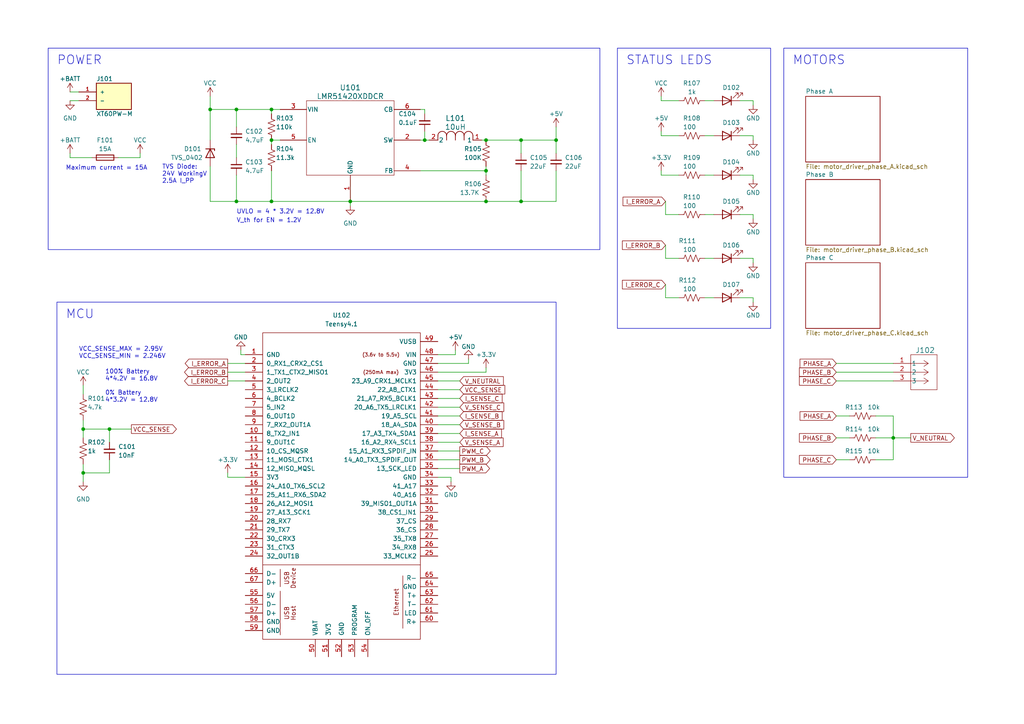
<source format=kicad_sch>
(kicad_sch (version 20230121) (generator eeschema)
  (paper "A4")
  (lib_symbols
    (symbol "Device:C_Small" (pin_numbers hide) (pin_names (offset 0.254) hide)
      (property "Reference" "C" (at 0.254 1.778 0))
      (property "Value" "C_Small" (at 0.254 -2.032 0))
      (symbol "C_Small_0_1"
        (polyline (pts (xy -1.524 -0.508) (xy 1.524 -0.508)) (stroke (width 0.3302)))
        (polyline (pts (xy -1.524 0.508) (xy 1.524 0.508)) (stroke (width 0.3048)))
      )
      (symbol "C_Small_1_1"
        (pin passive line (at 0 2.54 270) (length 2.032) (name "~") (number "1"))
        (pin passive line (at 0 -2.54 90) (length 2.032) (name "~") (number "2"))
      )
    )
    (symbol "Device:D_Zener" (pin_numbers hide) (pin_names (offset 1.016) hide)
      (property "Reference" "D" (at 0 2.54 0))
      (property "Value" "D_Zener" (at 0 -2.54 0))
      (symbol "D_Zener_0_1"
        (polyline (pts (xy 1.27 0) (xy -1.27 0)))
        (polyline (pts (xy -1.27 -1.27) (xy -1.27 1.27) (xy -0.762 1.27)) (stroke (width 0.254)))
        (polyline (pts (xy 1.27 -1.27) (xy 1.27 1.27) (xy -1.27 0) (xy 1.27 -1.27)) (stroke (width 0.254)))
      )
      (symbol "D_Zener_1_1"
        (pin passive line (at -3.81 0 0) (length 2.54) (name "K") (number "1"))
        (pin passive line (at 3.81 0 180) (length 2.54) (name "A") (number "2"))
      )
    )
    (symbol "Device:Fuse" (pin_numbers hide) (pin_names (offset 0))
      (property "Reference" "F" (at 2.032 0 90))
      (property "Value" "Fuse" (at -1.905 0 90))
      (symbol "Fuse_0_1"
        (rectangle (start -0.762 -2.54) (end 0.762 2.54) (stroke (width 0.254)))
        (polyline (pts (xy 0 2.54) (xy 0 -2.54)))
      )
      (symbol "Fuse_1_1"
        (pin passive line (at 0 3.81 270) (length 1.27) (name "~") (number "1"))
        (pin passive line (at 0 -3.81 90) (length 1.27) (name "~") (number "2"))
      )
    )
    (symbol "Device:LED" (pin_numbers hide) (pin_names (offset 1.016) hide)
      (property "Reference" "D" (at 0 2.54 0))
      (property "Value" "LED" (at 0 -2.54 0))
      (symbol "LED_0_1"
        (polyline (pts (xy -1.27 -1.27) (xy -1.27 1.27)) (stroke (width 0.254)))
        (polyline (pts (xy -1.27 0) (xy 1.27 0)))
        (polyline (pts (xy 1.27 -1.27) (xy 1.27 1.27) (xy -1.27 0) (xy 1.27 -1.27)) (stroke (width 0.254)))
        (polyline (pts (xy -3.048 -0.762) (xy -4.572 -2.286) (xy -3.81 -2.286) (xy -4.572 -2.286) (xy -4.572 -1.524)))
        (polyline (pts (xy -1.778 -0.762) (xy -3.302 -2.286) (xy -2.54 -2.286) (xy -3.302 -2.286) (xy -3.302 -1.524)))
      )
      (symbol "LED_1_1"
        (pin passive line (at -3.81 0 0) (length 2.54) (name "K") (number "1"))
        (pin passive line (at 3.81 0 180) (length 2.54) (name "A") (number "2"))
      )
    )
    (symbol "Device:R_US" (pin_numbers hide) (pin_names (offset 0))
      (property "Reference" "R" (at 2.54 0 90))
      (property "Value" "R_US" (at -2.54 0 90))
      (symbol "R_US_0_1"
        (polyline (pts (xy 0 -2.286) (xy 0 -2.54)))
        (polyline (pts (xy 0 2.286) (xy 0 2.54)))
        (polyline (pts (xy 0 -0.762) (xy 1.016 -1.143) (xy 0 -1.524) (xy -1.016 -1.905) (xy 0 -2.286)))
        (polyline (pts (xy 0 0.762) (xy 1.016 0.381) (xy 0 0) (xy -1.016 -0.381) (xy 0 -0.762)))
        (polyline (pts (xy 0 2.286) (xy 1.016 1.905) (xy 0 1.524) (xy -1.016 1.143) (xy 0 0.762)))
      )
      (symbol "R_US_1_1"
        (pin passive line (at 0 3.81 270) (length 1.27) (name "~") (number "1"))
        (pin passive line (at 0 -3.81 90) (length 1.27) (name "~") (number "2"))
      )
    )
    (symbol "Indcutor:SRP6540-2R2M" (pin_names (offset 0.254))
      (property "Reference" "L" (at 6.985 5.08 0))
      (property "Value" "SRP6540-2R2M" (at 6.985 -2.54 0))
      (symbol "SRP6540-2R2M_1_1"
        (polyline (pts (xy 2.54 0) (xy 2.54 1.27)) (stroke (width 0.2032)))
        (polyline (pts (xy 5.08 0) (xy 5.08 1.27)) (stroke (width 0.2032)))
        (polyline (pts (xy 7.62 0) (xy 7.62 1.27)) (stroke (width 0.2032)))
        (polyline (pts (xy 10.16 0) (xy 10.16 1.27)) (stroke (width 0.2032)))
        (polyline (pts (xy 12.7 0) (xy 12.7 1.27)) (stroke (width 0.2032)))
        (arc (start 5.08 1.27) (mid 3.81 2.5345) (end 2.54 1.27) (stroke (width 0.2032)))
        (arc (start 7.62 1.27) (mid 6.35 2.5345) (end 5.08 1.27) (stroke (width 0.2032)))
        (arc (start 10.16 1.27) (mid 8.89 2.5345) (end 7.62 1.27) (stroke (width 0.2032)))
        (arc (start 12.7 1.27) (mid 11.43 2.5345) (end 10.16 1.27) (stroke (width 0.2032)))
        (pin unspecified line (at 15.24 0 180) (length 2.54) (name "1") (number "1"))
        (pin unspecified line (at 0 0 0) (length 2.54) (name "2") (number "2"))
      )
      (symbol "SRP6540-2R2M_1_2"
        (arc (start -1.27 5.08) (mid -2.5345 3.81) (end -1.27 2.54) (stroke (width 0.2032)))
        (arc (start -1.27 7.62) (mid -2.5345 6.35) (end -1.27 5.08) (stroke (width 0.2032)))
        (arc (start -1.27 10.16) (mid -2.5345 8.89) (end -1.27 7.62) (stroke (width 0.2032)))
        (arc (start -1.27 12.7) (mid -2.5345 11.43) (end -1.27 10.16) (stroke (width 0.2032)))
        (polyline (pts (xy 0 2.54) (xy -1.27 2.54)) (stroke (width 0.2032)))
        (polyline (pts (xy 0 5.08) (xy -1.27 5.08)) (stroke (width 0.2032)))
        (polyline (pts (xy 0 7.62) (xy -1.27 7.62)) (stroke (width 0.2032)))
        (polyline (pts (xy 0 10.16) (xy -1.27 10.16)) (stroke (width 0.2032)))
        (polyline (pts (xy 0 12.7) (xy -1.27 12.7)) (stroke (width 0.2032)))
        (pin unspecified line (at 0 15.24 270) (length 2.54) (name "1") (number "1"))
        (pin unspecified line (at 0 0 90) (length 2.54) (name "2") (number "2"))
      )
    )
    (symbol "Molex:39303037" (pin_names (offset 0.254))
      (property "Reference" "J" (at 8.89 6.35 0))
      (property "Value" "39303037" (at 0 0 0))
      (symbol "39303037_1_1"
        (polyline (pts (xy 5.08 -7.62) (xy 12.7 -7.62)) (stroke (width 0.127)))
        (polyline (pts (xy 5.08 2.54) (xy 5.08 -7.62)) (stroke (width 0.127)))
        (polyline (pts (xy 10.16 -5.08) (xy 5.08 -5.08)) (stroke (width 0.127)))
        (polyline (pts (xy 10.16 -5.08) (xy 8.89 -5.9267)) (stroke (width 0.127)))
        (polyline (pts (xy 10.16 -5.08) (xy 8.89 -4.2333)) (stroke (width 0.127)))
        (polyline (pts (xy 10.16 -2.54) (xy 5.08 -2.54)) (stroke (width 0.127)))
        (polyline (pts (xy 10.16 -2.54) (xy 8.89 -3.3867)) (stroke (width 0.127)))
        (polyline (pts (xy 10.16 -2.54) (xy 8.89 -1.6933)) (stroke (width 0.127)))
        (polyline (pts (xy 10.16 0) (xy 5.08 0)) (stroke (width 0.127)))
        (polyline (pts (xy 10.16 0) (xy 8.89 -0.8467)) (stroke (width 0.127)))
        (polyline (pts (xy 10.16 0) (xy 8.89 0.8467)) (stroke (width 0.127)))
        (polyline (pts (xy 12.7 -7.62) (xy 12.7 2.54)) (stroke (width 0.127)))
        (polyline (pts (xy 12.7 2.54) (xy 5.08 2.54)) (stroke (width 0.127)))
        (pin unspecified line (at 0 0 0) (length 5.08) (name "1") (number "1"))
        (pin unspecified line (at 0 -2.54 0) (length 5.08) (name "2") (number "2"))
        (pin unspecified line (at 0 -5.08 0) (length 5.08) (name "3") (number "3"))
      )
      (symbol "39303037_1_2"
        (polyline (pts (xy 5.08 -7.62) (xy 12.7 -7.62)) (stroke (width 0.127)))
        (polyline (pts (xy 5.08 2.54) (xy 5.08 -7.62)) (stroke (width 0.127)))
        (polyline (pts (xy 7.62 -5.08) (xy 5.08 -5.08)) (stroke (width 0.127)))
        (polyline (pts (xy 7.62 -5.08) (xy 8.89 -5.9267)) (stroke (width 0.127)))
        (polyline (pts (xy 7.62 -5.08) (xy 8.89 -4.2333)) (stroke (width 0.127)))
        (polyline (pts (xy 7.62 -2.54) (xy 5.08 -2.54)) (stroke (width 0.127)))
        (polyline (pts (xy 7.62 -2.54) (xy 8.89 -3.3867)) (stroke (width 0.127)))
        (polyline (pts (xy 7.62 -2.54) (xy 8.89 -1.6933)) (stroke (width 0.127)))
        (polyline (pts (xy 7.62 0) (xy 5.08 0)) (stroke (width 0.127)))
        (polyline (pts (xy 7.62 0) (xy 8.89 -0.8467)) (stroke (width 0.127)))
        (polyline (pts (xy 7.62 0) (xy 8.89 0.8467)) (stroke (width 0.127)))
        (polyline (pts (xy 12.7 -7.62) (xy 12.7 2.54)) (stroke (width 0.127)))
        (polyline (pts (xy 12.7 2.54) (xy 5.08 2.54)) (stroke (width 0.127)))
        (pin unspecified line (at 0 0 0) (length 5.08) (name "1") (number "1"))
        (pin unspecified line (at 0 -2.54 0) (length 5.08) (name "2") (number "2"))
        (pin unspecified line (at 0 -5.08 0) (length 5.08) (name "3") (number "3"))
      )
    )
    (symbol "TI_Buck_Converter:LMR51420XDDCR" (pin_names (offset 0.254))
      (property "Reference" "U1" (at 20.32 8.89 0))
      (property "Value" "LMR51420XDDCR" (at 20.32 6.35 0))
      (symbol "LMR51420XDDCR_0_1"
        (polyline (pts (xy 7.62 -16.51) (xy 33.02 -16.51)) (stroke (width 0.127)))
        (polyline (pts (xy 7.62 5.08) (xy 7.62 -16.51)) (stroke (width 0.127)))
        (polyline (pts (xy 33.02 -16.51) (xy 33.02 5.08)) (stroke (width 0.127)))
        (polyline (pts (xy 33.02 5.08) (xy 7.62 5.08)) (stroke (width 0.127)))
        (pin output line (at 40.64 -6.35 180) (length 7.62) (name "SW") (number "2"))
        (pin input line (at 40.64 -15.24 180) (length 7.62) (name "FB") (number "4"))
        (pin input line (at 0 -6.35 0) (length 7.62) (name "EN") (number "5"))
      )
      (symbol "LMR51420XDDCR_1_1"
        (pin power_out line (at 20.32 -24.13 90) (length 7.62) (name "GND") (number "1"))
        (pin power_in line (at 0 2.54 0) (length 7.62) (name "VIN") (number "3"))
        (pin input line (at 40.64 2.54 180) (length 7.62) (name "CB") (number "6"))
      )
    )
    (symbol "XT60:XT60PW-M" (pin_names (offset 1.016))
      (property "Reference" "J" (at -5.08 5.7234 0))
      (property "Value" "XT60PW-M" (at -5.08 -5.0923 0))
      (symbol "XT60PW-M_0_0"
        (rectangle (start -5.08 -2.54) (end 5.08 5.08) (stroke (width 0.254)) (fill (type background)))
        (pin passive line (at -10.16 2.54 0) (length 5.08) (name "+") (number "1"))
        (pin passive line (at -10.16 0 0) (length 5.08) (name "-") (number "2"))
      )
    )
    (symbol "power:+3.3V" (power) (pin_names (offset 0))
      (property "Value" "+3.3V" (at 0 3.556 0))
      (symbol "+3.3V_0_1"
        (polyline (pts (xy -0.762 1.27) (xy 0 2.54)))
        (polyline (pts (xy 0 0) (xy 0 2.54)))
        (polyline (pts (xy 0 2.54) (xy 0.762 1.27)))
      )
      (symbol "+3.3V_1_1"
        (pin power_in line (at 0 0 90) (length 0) hide (name "+3.3V") (number "1"))
      )
    )
    (symbol "power:+5V" (power) (pin_names (offset 0))
      (property "Value" "+5V" (at 0 3.556 0))
      (symbol "+5V_0_1"
        (polyline (pts (xy -0.762 1.27) (xy 0 2.54)))
        (polyline (pts (xy 0 0) (xy 0 2.54)))
        (polyline (pts (xy 0 2.54) (xy 0.762 1.27)))
      )
      (symbol "+5V_1_1"
        (pin power_in line (at 0 0 90) (length 0) hide (name "+5V") (number "1"))
      )
    )
    (symbol "power:+BATT" (power) (pin_names (offset 0))
      (property "Value" "+BATT" (at 0 3.556 0))
      (symbol "+BATT_0_1"
        (polyline (pts (xy -0.762 1.27) (xy 0 2.54)))
        (polyline (pts (xy 0 0) (xy 0 2.54)))
        (polyline (pts (xy 0 2.54) (xy 0.762 1.27)))
      )
      (symbol "+BATT_1_1"
        (pin power_in line (at 0 0 90) (length 0) hide (name "+BATT") (number "1"))
      )
    )
    (symbol "power:GND" (power) (pin_names (offset 0))
      (property "Value" "GND" (at 0 -3.81 0))
      (symbol "GND_0_1"
        (polyline (pts (xy 0 0) (xy 0 -1.27) (xy 1.27 -1.27) (xy 0 -2.54) (xy -1.27 -1.27) (xy 0 -1.27)))
      )
      (symbol "GND_1_1"
        (pin power_in line (at 0 0 270) (length 0) hide (name "GND") (number "1"))
      )
    )
    (symbol "power:VCC" (power) (pin_names (offset 0))
      (property "Value" "VCC" (at 0 3.81 0))
      (symbol "VCC_0_1"
        (polyline (pts (xy -0.762 1.27) (xy 0 2.54)))
        (polyline (pts (xy 0 0) (xy 0 2.54)))
        (polyline (pts (xy 0 2.54) (xy 0.762 1.27)))
      )
      (symbol "VCC_1_1"
        (pin power_in line (at 0 0 90) (length 0) hide (name "VCC") (number "1"))
      )
    )
    (symbol "teensy:Teensy4.1" (pin_names (offset 1.016))
      (property "Reference" "U" (at 0 64.77 0))
      (property "Value" "Teensy4.1" (at 0 62.23 0))
      (symbol "Teensy4.1_0_0"
        (polyline (pts (xy -22.86 -6.35) (xy 22.86 -6.35)))
        (polyline (pts (xy -17.78 -26.67) (xy -17.78 -13.97)))
        (polyline (pts (xy -17.78 -7.62) (xy -17.78 -12.7)))
        (polyline (pts (xy 17.78 -9.525) (xy 17.78 -24.765)))
        (text "(250mA max)" (at 11.43 49.53 0) (effects (font (size 1.016 1.016))))
        (text "(3.6v to 5.5v)" (at 11.43 54.61 0) (effects (font (size 1.016 1.016))))
        (text "Device" (at -13.97 -10.16 900) (effects (font (size 1.27 1.27))))
        (text "Ethernet" (at 15.875 -17.145 900) (effects (font (size 1.27 1.27))))
        (text "Host" (at -13.97 -20.32 900) (effects (font (size 1.27 1.27))))
        (text "USB" (at -15.875 -20.32 900) (effects (font (size 1.27 1.27))))
        (text "USB" (at -15.875 -10.16 900) (effects (font (size 1.27 1.27))))
        (pin bidirectional line (at -27.94 31.75 0) (length 5.08) (name "8_TX2_IN1") (number "10"))
        (pin bidirectional line (at -27.94 29.21 0) (length 5.08) (name "9_OUT1C") (number "11"))
        (pin bidirectional line (at -27.94 26.67 0) (length 5.08) (name "10_CS_MQSR") (number "12"))
        (pin bidirectional line (at -27.94 24.13 0) (length 5.08) (name "11_MOSI_CTX1") (number "13"))
        (pin bidirectional line (at -27.94 21.59 0) (length 5.08) (name "12_MISO_MQSL") (number "14"))
        (pin power_in line (at -27.94 19.05 0) (length 5.08) (name "3V3") (number "15"))
        (pin bidirectional line (at -27.94 16.51 0) (length 5.08) (name "24_A10_TX6_SCL2") (number "16"))
        (pin bidirectional line (at -27.94 13.97 0) (length 5.08) (name "25_A11_RX6_SDA2") (number "17"))
        (pin bidirectional line (at -27.94 11.43 0) (length 5.08) (name "26_A12_MOSI1") (number "18"))
        (pin bidirectional line (at -27.94 8.89 0) (length 5.08) (name "27_A13_SCK1") (number "19"))
        (pin bidirectional line (at -27.94 6.35 0) (length 5.08) (name "28_RX7") (number "20"))
        (pin bidirectional line (at -27.94 3.81 0) (length 5.08) (name "29_TX7") (number "21"))
        (pin bidirectional line (at -27.94 1.27 0) (length 5.08) (name "30_CRX3") (number "22"))
        (pin bidirectional line (at -27.94 -1.27 0) (length 5.08) (name "31_CTX3") (number "23"))
        (pin bidirectional line (at -27.94 -3.81 0) (length 5.08) (name "32_OUT1B") (number "24"))
        (pin bidirectional line (at 27.94 -3.81 180) (length 5.08) (name "33_MCLK2") (number "25"))
        (pin bidirectional line (at 27.94 -1.27 180) (length 5.08) (name "34_RX8") (number "26"))
        (pin bidirectional line (at 27.94 1.27 180) (length 5.08) (name "35_TX8") (number "27"))
        (pin bidirectional line (at 27.94 3.81 180) (length 5.08) (name "36_CS") (number "28"))
        (pin bidirectional line (at 27.94 6.35 180) (length 5.08) (name "37_CS") (number "29"))
        (pin bidirectional line (at 27.94 8.89 180) (length 5.08) (name "38_CS1_IN1") (number "30"))
        (pin bidirectional line (at 27.94 11.43 180) (length 5.08) (name "39_MISO1_OUT1A") (number "31"))
        (pin bidirectional line (at 27.94 13.97 180) (length 5.08) (name "40_A16") (number "32"))
        (pin bidirectional line (at 27.94 16.51 180) (length 5.08) (name "41_A17") (number "33"))
        (pin bidirectional line (at 27.94 21.59 180) (length 5.08) (name "13_SCK_LED") (number "35"))
        (pin bidirectional line (at 27.94 24.13 180) (length 5.08) (name "14_A0_TX3_SPDIF_OUT") (number "36"))
        (pin bidirectional line (at 27.94 26.67 180) (length 5.08) (name "15_A1_RX3_SPDIF_IN") (number "37"))
        (pin bidirectional line (at 27.94 29.21 180) (length 5.08) (name "16_A2_RX4_SCL1") (number "38"))
        (pin bidirectional line (at 27.94 31.75 180) (length 5.08) (name "17_A3_TX4_SDA1") (number "39"))
        (pin bidirectional line (at 27.94 34.29 180) (length 5.08) (name "18_A4_SDA") (number "40"))
        (pin bidirectional line (at 27.94 36.83 180) (length 5.08) (name "19_A5_SCL") (number "41"))
        (pin bidirectional line (at 27.94 39.37 180) (length 5.08) (name "20_A6_TX5_LRCLK1") (number "42"))
        (pin bidirectional line (at 27.94 41.91 180) (length 5.08) (name "21_A7_RX5_BCLK1") (number "43"))
        (pin bidirectional line (at 27.94 44.45 180) (length 5.08) (name "22_A8_CTX1") (number "44"))
        (pin bidirectional line (at 27.94 46.99 180) (length 5.08) (name "23_A9_CRX1_MCLK1") (number "45"))
        (pin output line (at 27.94 49.53 180) (length 5.08) (name "3V3") (number "46"))
        (pin output line (at 27.94 52.07 180) (length 5.08) (name "GND") (number "47"))
        (pin power_in line (at 27.94 54.61 180) (length 5.08) (name "VIN") (number "48"))
        (pin power_out line (at 27.94 58.42 180) (length 5.08) (name "VUSB") (number "49"))
        (pin bidirectional line (at -27.94 44.45 0) (length 5.08) (name "3_LRCLK2") (number "5"))
        (pin power_in line (at -7.62 -33.02 90) (length 5.08) (name "VBAT") (number "50"))
        (pin power_in line (at -3.81 -33.02 90) (length 5.08) (name "3V3") (number "51"))
        (pin input line (at 0 -33.02 90) (length 5.08) (name "GND") (number "52"))
        (pin input line (at 3.81 -33.02 90) (length 5.08) (name "PROGRAM") (number "53"))
        (pin input line (at 7.62 -33.02 90) (length 5.08) (name "ON_OFF") (number "54"))
        (pin power_out line (at -27.94 -15.24 0) (length 5.08) (name "5V") (number "55"))
        (pin bidirectional line (at -27.94 -17.78 0) (length 5.08) (name "D-") (number "56"))
        (pin bidirectional line (at -27.94 -20.32 0) (length 5.08) (name "D+") (number "57"))
        (pin power_in line (at -27.94 -22.86 0) (length 5.08) (name "GND") (number "58"))
        (pin power_in line (at -27.94 -25.4 0) (length 5.08) (name "GND") (number "59"))
        (pin bidirectional line (at -27.94 41.91 0) (length 5.08) (name "4_BCLK2") (number "6"))
        (pin bidirectional line (at 27.94 -22.86 180) (length 5.08) (name "R+") (number "60"))
        (pin bidirectional line (at 27.94 -20.32 180) (length 5.08) (name "LED") (number "61"))
        (pin bidirectional line (at 27.94 -17.78 180) (length 5.08) (name "T-") (number "62"))
        (pin bidirectional line (at 27.94 -15.24 180) (length 5.08) (name "T+") (number "63"))
        (pin power_in line (at 27.94 -12.7 180) (length 5.08) (name "GND") (number "64"))
        (pin bidirectional line (at 27.94 -10.16 180) (length 5.08) (name "R-") (number "65"))
        (pin bidirectional line (at -27.94 -8.89 0) (length 5.08) (name "D-") (number "66"))
        (pin bidirectional line (at -27.94 -11.43 0) (length 5.08) (name "D+") (number "67"))
        (pin bidirectional line (at -27.94 39.37 0) (length 5.08) (name "5_IN2") (number "7"))
        (pin bidirectional line (at -27.94 36.83 0) (length 5.08) (name "6_OUT1D") (number "8"))
        (pin bidirectional line (at -27.94 34.29 0) (length 5.08) (name "7_RX2_OUT1A") (number "9"))
      )
      (symbol "Teensy4.1_0_1"
        (rectangle (start -22.86 60.96) (end 22.86 -27.94))
        (rectangle (start -20.32 -1.27) (end -20.32 -1.27))
      )
      (symbol "Teensy4.1_1_1"
        (pin power_in line (at -27.94 54.61 0) (length 5.08) (name "GND") (number "1"))
        (pin bidirectional line (at -27.94 52.07 0) (length 5.08) (name "0_RX1_CRX2_CS1") (number "2"))
        (pin bidirectional line (at -27.94 49.53 0) (length 5.08) (name "1_TX1_CTX2_MISO1") (number "3"))
        (pin power_in line (at 27.94 19.05 180) (length 5.08) (name "GND") (number "34"))
        (pin bidirectional line (at -27.94 46.99 0) (length 5.08) (name "2_OUT2") (number "4"))
      )
    )
  )
  (junction (at 31.75 124.46))
  (junction (at 123.19 40.64))
  (junction (at 140.97 58.42))
  (junction (at 151.13 58.42))
  (junction (at 101.6 58.42))
  (junction (at 60.96 31.75))
  (junction (at 68.58 31.75))
  (junction (at 78.74 31.75))
  (junction (at 161.29 40.64))
  (junction (at 140.97 49.53))
  (junction (at 151.13 40.64))
  (junction (at 24.13 124.46))
  (junction (at 78.74 40.64))
  (junction (at 78.74 58.42))
  (junction (at 24.13 137.16))
  (junction (at 68.58 58.42))
  (junction (at 259.08 127))
  (junction (at 140.97 40.64))
  (wire (pts (xy 254 133.35) (xy 259.08 133.35)))
  (wire (pts (xy 161.29 40.64) (xy 161.29 36.83)))
  (wire (pts (xy 214.63 29.21) (xy 218.44 29.21)))
  (wire (pts (xy 254 127) (xy 259.08 127)))
  (wire (pts (xy 40.64 45.72) (xy 40.64 44.45)))
  (wire (pts (xy 123.19 31.75) (xy 123.19 33.02)))
  (wire (pts (xy 69.85 101.6) (xy 69.85 102.87)))
  (wire (pts (xy 121.92 31.75) (xy 123.19 31.75)))
  (wire (pts (xy 242.57 105.41) (xy 259.08 105.41)))
  (wire (pts (xy 20.32 44.45) (xy 20.32 45.72)))
  (wire (pts (xy 68.58 31.75) (xy 68.58 36.83)))
  (wire (pts (xy 214.63 86.36) (xy 218.44 86.36)))
  (wire (pts (xy 191.77 29.21) (xy 196.85 29.21)))
  (wire (pts (xy 68.58 58.42) (xy 78.74 58.42)))
  (wire (pts (xy 151.13 49.53) (xy 151.13 58.42)))
  (wire (pts (xy 204.47 39.37) (xy 207.01 39.37)))
  (wire (pts (xy 259.08 133.35) (xy 259.08 127)))
  (wire (pts (xy 127 102.87) (xy 132.08 102.87)))
  (wire (pts (xy 68.58 50.8) (xy 68.58 58.42)))
  (wire (pts (xy 135.89 105.41) (xy 135.89 104.14)))
  (wire (pts (xy 123.19 40.64) (xy 124.46 40.64)))
  (wire (pts (xy 193.04 58.42) (xy 193.04 62.23)))
  (wire (pts (xy 78.74 49.53) (xy 78.74 58.42)))
  (wire (pts (xy 24.13 134.62) (xy 24.13 137.16)))
  (wire (pts (xy 78.74 58.42) (xy 101.6 58.42)))
  (wire (pts (xy 127 113.03) (xy 133.35 113.03)))
  (wire (pts (xy 101.6 58.42) (xy 101.6 59.69)))
  (wire (pts (xy 132.08 101.6) (xy 132.08 102.87)))
  (wire (pts (xy 254 120.65) (xy 259.08 120.65)))
  (wire (pts (xy 140.97 58.42) (xy 151.13 58.42)))
  (wire (pts (xy 259.08 127) (xy 264.16 127)))
  (wire (pts (xy 127 110.49) (xy 133.35 110.49)))
  (wire (pts (xy 193.04 74.93) (xy 196.85 74.93)))
  (wire (pts (xy 123.19 38.1) (xy 123.19 40.64)))
  (wire (pts (xy 191.77 38.1) (xy 191.77 39.37)))
  (wire (pts (xy 31.75 128.27) (xy 31.75 124.46)))
  (wire (pts (xy 218.44 39.37) (xy 218.44 40.64)))
  (wire (pts (xy 161.29 40.64) (xy 161.29 44.45)))
  (wire (pts (xy 218.44 29.21) (xy 218.44 30.48)))
  (wire (pts (xy 242.57 133.35) (xy 246.38 133.35)))
  (wire (pts (xy 101.6 58.42) (xy 140.97 58.42)))
  (wire (pts (xy 66.04 105.41) (xy 71.12 105.41)))
  (wire (pts (xy 121.92 49.53) (xy 140.97 49.53)))
  (wire (pts (xy 242.57 110.49) (xy 259.08 110.49)))
  (wire (pts (xy 20.32 45.72) (xy 26.67 45.72)))
  (wire (pts (xy 66.04 137.16) (xy 66.04 138.43)))
  (wire (pts (xy 140.97 49.53) (xy 140.97 50.8)))
  (wire (pts (xy 140.97 106.68) (xy 140.97 107.95)))
  (wire (pts (xy 34.29 45.72) (xy 40.64 45.72)))
  (wire (pts (xy 24.13 124.46) (xy 24.13 127)))
  (wire (pts (xy 60.96 31.75) (xy 60.96 40.64)))
  (wire (pts (xy 31.75 124.46) (xy 38.1 124.46)))
  (wire (pts (xy 135.89 105.41) (xy 127 105.41)))
  (wire (pts (xy 60.96 48.26) (xy 60.96 58.42)))
  (wire (pts (xy 193.04 86.36) (xy 196.85 86.36)))
  (wire (pts (xy 218.44 50.8) (xy 218.44 52.07)))
  (wire (pts (xy 151.13 40.64) (xy 151.13 44.45)))
  (wire (pts (xy 20.32 29.21) (xy 22.86 29.21)))
  (wire (pts (xy 66.04 110.49) (xy 71.12 110.49)))
  (wire (pts (xy 121.92 40.64) (xy 123.19 40.64)))
  (wire (pts (xy 218.44 86.36) (xy 218.44 87.63)))
  (wire (pts (xy 204.47 50.8) (xy 207.01 50.8)))
  (wire (pts (xy 68.58 31.75) (xy 78.74 31.75)))
  (wire (pts (xy 151.13 58.42) (xy 161.29 58.42)))
  (wire (pts (xy 127 128.27) (xy 133.35 128.27)))
  (wire (pts (xy 127 115.57) (xy 133.35 115.57)))
  (wire (pts (xy 242.57 127) (xy 246.38 127)))
  (wire (pts (xy 71.12 102.87) (xy 69.85 102.87)))
  (wire (pts (xy 78.74 40.64) (xy 78.74 41.91)))
  (wire (pts (xy 31.75 133.35) (xy 31.75 137.16)))
  (wire (pts (xy 24.13 137.16) (xy 24.13 139.7)))
  (wire (pts (xy 196.85 39.37) (xy 191.77 39.37)))
  (wire (pts (xy 127 133.35) (xy 133.35 133.35)))
  (wire (pts (xy 193.04 62.23) (xy 196.85 62.23)))
  (wire (pts (xy 214.63 50.8) (xy 218.44 50.8)))
  (wire (pts (xy 24.13 121.92) (xy 24.13 124.46)))
  (wire (pts (xy 24.13 111.76) (xy 24.13 114.3)))
  (wire (pts (xy 242.57 107.95) (xy 259.08 107.95)))
  (wire (pts (xy 60.96 31.75) (xy 68.58 31.75)))
  (wire (pts (xy 20.32 26.67) (xy 22.86 26.67)))
  (wire (pts (xy 140.97 40.64) (xy 151.13 40.64)))
  (wire (pts (xy 193.04 82.55) (xy 193.04 86.36)))
  (wire (pts (xy 127 118.11) (xy 133.35 118.11)))
  (wire (pts (xy 218.44 74.93) (xy 218.44 76.2)))
  (wire (pts (xy 204.47 62.23) (xy 207.01 62.23)))
  (wire (pts (xy 204.47 74.93) (xy 207.01 74.93)))
  (wire (pts (xy 140.97 48.26) (xy 140.97 49.53)))
  (wire (pts (xy 259.08 120.65) (xy 259.08 127)))
  (wire (pts (xy 127 135.89) (xy 133.35 135.89)))
  (wire (pts (xy 191.77 27.94) (xy 191.77 29.21)))
  (wire (pts (xy 66.04 138.43) (xy 71.12 138.43)))
  (wire (pts (xy 193.04 71.12) (xy 193.04 74.93)))
  (wire (pts (xy 191.77 50.8) (xy 196.85 50.8)))
  (wire (pts (xy 191.77 49.53) (xy 191.77 50.8)))
  (wire (pts (xy 127 130.81) (xy 133.35 130.81)))
  (wire (pts (xy 218.44 62.23) (xy 218.44 63.5)))
  (wire (pts (xy 204.47 29.21) (xy 207.01 29.21)))
  (wire (pts (xy 127 123.19) (xy 133.35 123.19)))
  (wire (pts (xy 60.96 27.94) (xy 60.96 31.75)))
  (wire (pts (xy 81.28 40.64) (xy 78.74 40.64)))
  (wire (pts (xy 127 125.73) (xy 133.35 125.73)))
  (wire (pts (xy 161.29 49.53) (xy 161.29 58.42)))
  (wire (pts (xy 101.6 52.07) (xy 101.6 58.42)))
  (wire (pts (xy 130.81 139.7) (xy 130.81 138.43)))
  (wire (pts (xy 214.63 39.37) (xy 218.44 39.37)))
  (wire (pts (xy 214.63 62.23) (xy 218.44 62.23)))
  (wire (pts (xy 78.74 31.75) (xy 81.28 31.75)))
  (wire (pts (xy 139.7 40.64) (xy 140.97 40.64)))
  (wire (pts (xy 242.57 120.65) (xy 246.38 120.65)))
  (wire (pts (xy 151.13 40.64) (xy 161.29 40.64)))
  (wire (pts (xy 204.47 86.36) (xy 207.01 86.36)))
  (wire (pts (xy 130.81 138.43) (xy 127 138.43)))
  (wire (pts (xy 78.74 31.75) (xy 78.74 33.02)))
  (wire (pts (xy 66.04 107.95) (xy 71.12 107.95)))
  (wire (pts (xy 127 107.95) (xy 140.97 107.95)))
  (wire (pts (xy 214.63 74.93) (xy 218.44 74.93)))
  (wire (pts (xy 127 120.65) (xy 133.35 120.65)))
  (wire (pts (xy 60.96 58.42) (xy 68.58 58.42)))
  (wire (pts (xy 31.75 124.46) (xy 24.13 124.46)))
  (wire (pts (xy 24.13 137.16) (xy 31.75 137.16)))
  (wire (pts (xy 68.58 41.91) (xy 68.58 45.72)))
  (rectangle (start 13.97 13.97) (end 173.99 72.39))
  (rectangle (start 16.51 87.63) (end 161.29 195.58))
  (rectangle (start 179.07 13.97) (end 223.52 95.25))
  (rectangle (start 227.33 13.97) (end 280.67 138.43))
  (text "VCC_SENSE_MAX = 2.95V\nVCC_SENSE_MIN = 2.246V" (at 22.86 104.14 0) (effects (font (size 1.27 1.27)) (justify left bottom)))
  (text "TVS Diode:\n24V WorkingV\n2.5A I_PP" (at 46.99 53.34 0) (effects (font (size 1.27 1.27)) (justify left bottom)))
  (text "100% Battery\n4*4.2V = 16.8V\n\n0% Battery\n4*3.2V = 12.8V" (at 30.48 116.84 0) (effects (font (size 1.27 1.27)) (justify left bottom)))
  (text "MCU" (at 19.05 92.71 0) (effects (font (size 2.54 2.54)) (justify left bottom)))
  (text "STATUS LEDS" (at 181.61 19.05 0) (effects (font (size 2.54 2.54)) (justify left bottom)))
  (text "UVLO = 4 * 3.2V = 12.8V\n" (at 68.58 62.23 0) (effects (font (size 1.27 1.27)) (justify left bottom)))
  (text "MOTORS" (at 229.87 19.05 0) (effects (font (size 2.54 2.54)) (justify left bottom)))
  (text "V_th for EN = 1.2V" (at 68.58 64.77 0) (effects (font (size 1.27 1.27)) (justify left bottom)))
  (text "Maximum current = 15A" (at 19.05 49.53 0) (effects (font (size 1.27 1.27)) (justify left bottom)))
  (text "POWER" (at 16.51 19.05 0) (effects (font (size 2.54 2.54)) (justify left bottom)))
  (global_label "V_NEUTRAL" (shape input) (at 133.35 110.49 0) (property "Intersheetrefs" "${INTERSHEET_REFS}" (effects hide)))
  (global_label "PWM_B" (shape output) (at 133.35 133.35 0) (property "Intersheetrefs" "${INTERSHEET_REFS}" (effects hide)))
  (global_label "PHASE_A" (shape input) (at 242.57 105.41 180) (property "Intersheetrefs" "${INTERSHEET_REFS}" (effects hide)))
  (global_label "VCC_SENSE" (shape output) (at 38.1 124.46 0) (property "Intersheetrefs" "${INTERSHEET_REFS}" (effects hide)))
  (global_label "PWM_C" (shape output) (at 133.35 130.81 0) (property "Intersheetrefs" "${INTERSHEET_REFS}" (effects hide)))
  (global_label "V_NEUTRAL" (shape output) (at 264.16 127 0) (property "Intersheetrefs" "${INTERSHEET_REFS}" (effects hide)))
  (global_label "I_SENSE_A" (shape input) (at 133.35 125.73 0) (property "Intersheetrefs" "${INTERSHEET_REFS}" (effects hide)))
  (global_label "V_SENSE_B" (shape input) (at 133.35 123.19 0) (property "Intersheetrefs" "${INTERSHEET_REFS}" (effects hide)))
  (global_label "I_ERROR_B" (shape output) (at 66.04 107.95 180) (property "Intersheetrefs" "${INTERSHEET_REFS}" (effects hide)))
  (global_label "I_ERROR_A" (shape output) (at 66.04 105.41 180) (property "Intersheetrefs" "${INTERSHEET_REFS}" (effects hide)))
  (global_label "VCC_SENSE" (shape input) (at 133.35 113.03 0) (property "Intersheetrefs" "${INTERSHEET_REFS}" (effects hide)))
  (global_label "V_SENSE_C" (shape input) (at 133.35 118.11 0) (property "Intersheetrefs" "${INTERSHEET_REFS}" (effects hide)))
  (global_label "I_ERROR_B" (shape input) (at 193.04 71.12 180) (property "Intersheetrefs" "${INTERSHEET_REFS}" (effects hide)))
  (global_label "PWM_A" (shape output) (at 133.35 135.89 0) (property "Intersheetrefs" "${INTERSHEET_REFS}" (effects hide)))
  (global_label "I_ERROR_C" (shape input) (at 193.04 82.55 180) (property "Intersheetrefs" "${INTERSHEET_REFS}" (effects hide)))
  (global_label "PHASE_A" (shape input) (at 242.57 120.65 180) (property "Intersheetrefs" "${INTERSHEET_REFS}" (effects hide)))
  (global_label "I_ERROR_C" (shape output) (at 66.04 110.49 180) (property "Intersheetrefs" "${INTERSHEET_REFS}" (effects hide)))
  (global_label "V_SENSE_A" (shape input) (at 133.35 128.27 0) (property "Intersheetrefs" "${INTERSHEET_REFS}" (effects hide)))
  (global_label "PHASE_B" (shape input) (at 242.57 107.95 180) (property "Intersheetrefs" "${INTERSHEET_REFS}" (effects hide)))
  (global_label "PHASE_C" (shape input) (at 242.57 133.35 180) (property "Intersheetrefs" "${INTERSHEET_REFS}" (effects hide)))
  (global_label "PHASE_B" (shape input) (at 242.57 127 180) (property "Intersheetrefs" "${INTERSHEET_REFS}" (effects hide)))
  (global_label "PHASE_C" (shape input) (at 242.57 110.49 180) (property "Intersheetrefs" "${INTERSHEET_REFS}" (effects hide)))
  (global_label "I_SENSE_C" (shape input) (at 133.35 115.57 0) (property "Intersheetrefs" "${INTERSHEET_REFS}" (effects hide)))
  (global_label "I_ERROR_A" (shape input) (at 193.04 58.42 180) (property "Intersheetrefs" "${INTERSHEET_REFS}" (effects hide)))
  (global_label "I_SENSE_B" (shape input) (at 133.35 120.65 0) (property "Intersheetrefs" "${INTERSHEET_REFS}" (effects hide)))
  (symbol (lib_id "power:+5V") (at 191.77 38.1 0) (unit 1)
    (property "Reference" "#PWR0117" (effects hide))
    (property "Value" "+5V" (at 191.77 34.29 0))
  )
  (symbol (lib_id "Device:Fuse") (at 30.48 45.72 90) (unit 1)
    (property "Reference" "F101" (at 30.48 40.64 90))
    (property "Value" "15A" (at 30.48 43.18 90))
    (property "Footprint" "Fuse:Fuse_1206_3216Metric" (effects hide))
  )
  (symbol (lib_id "Device:R_US") (at 78.74 36.83 0) (unit 1)
    (property "Reference" "R103" (at 80.01 34.29 0) (effects (justify left)))
    (property "Value" "110k" (at 80.01 36.83 0) (effects (justify left)))
    (property "Footprint" "Resistor_SMD:R_0603_1608Metric" (effects hide))
  )
  (symbol (lib_id "power:GND") (at 218.44 76.2 0) (unit 1)
    (property "Reference" "#PWR0123" (effects hide))
    (property "Value" "GND" (at 218.44 80.01 0))
  )
  (symbol (lib_id "Device:R_US") (at 140.97 44.45 0) (unit 1)
    (property "Reference" "R105" (at 134.62 43.18 0) (effects (justify left)))
    (property "Value" "100K" (at 134.62 45.72 0) (effects (justify left)))
    (property "Footprint" "Resistor_SMD:R_0603_1608Metric" (effects hide))
  )
  (symbol (lib_id "Device:LED") (at 210.82 29.21 180) (unit 1)
    (property "Reference" "D102" (at 212.09 25.4 0))
    (property "Value" "LED" (effects hide))
    (property "Footprint" "LED_SMD:LED_0201_0603Metric" (effects hide))
  )
  (symbol (lib_id "Device:R_US") (at 200.66 39.37 90) (unit 1)
    (property "Reference" "R108" (at 203.2 34.29 90) (effects (justify left)))
    (property "Value" "100" (at 201.93 36.83 90) (effects (justify left)))
    (property "Footprint" "Resistor_SMD:R_0603_1608Metric" (effects hide))
  )
  (symbol (lib_id "Device:LED") (at 210.82 50.8 180) (unit 1)
    (property "Reference" "D104" (at 212.09 46.99 0))
    (property "Value" "LED" (effects hide))
    (property "Footprint" "LED_SMD:LED_0201_0603Metric" (effects hide))
  )
  (symbol (lib_id "power:+BATT") (at 20.32 26.67 0) (unit 1)
    (property "Reference" "#PWR0101" (effects hide))
    (property "Value" "+BATT" (at 20.32 22.86 0))
  )
  (symbol (lib_id "Device:R_US") (at 250.19 133.35 90) (unit 1)
    (property "Reference" "R115" (at 250.19 130.81 90) (effects (justify left)))
    (property "Value" "10k" (at 255.27 130.81 90) (effects (justify left)))
    (property "Footprint" "Resistor_SMD:R_0603_1608Metric" (effects hide))
  )
  (symbol (lib_id "Indcutor:SRP6540-2R2M") (at 124.46 40.64 0) (unit 1)
    (property "Reference" "L101" (at 132.08 34.29 0) (effects (font (size 1.524 1.524))))
    (property "Value" "10uH" (at 132.08 36.83 0) (effects (font (size 1.524 1.524))))
    (property "Footprint" "IND_SRP6540-2R2M_BRN" (effects hide))
    (property "Datasheet" "SRP6540-2R2M" (effects hide))
  )
  (symbol (lib_id "power:+3.3V") (at 66.04 137.16 0) (unit 1)
    (property "Reference" "#PWR0108" (effects hide))
    (property "Value" "+3.3V" (at 66.04 133.35 0))
  )
  (symbol (lib_id "power:GND") (at 130.81 139.7 0) (unit 1)
    (property "Reference" "#PWR0111" (effects hide))
    (property "Value" "GND" (at 130.81 143.51 0))
  )
  (symbol (lib_id "teensy:Teensy4.1") (at 99.06 157.48 0) (unit 1)
    (property "Reference" "U102" (at 99.06 91.44 0))
    (property "Value" "Teensy4.1" (at 99.06 93.98 0))
    (property "Footprint" "teensy.pretty-master:Teensy41" (effects hide))
  )
  (symbol (lib_id "power:+3.3V") (at 140.97 106.68 0) (unit 1)
    (property "Reference" "#PWR0114" (effects hide))
    (property "Value" "+3.3V" (at 140.97 102.87 0))
  )
  (symbol (lib_id "Device:R_US") (at 200.66 62.23 90) (unit 1)
    (property "Reference" "R110" (at 203.2 57.15 90) (effects (justify left)))
    (property "Value" "100" (at 201.93 59.69 90) (effects (justify left)))
    (property "Footprint" "Resistor_SMD:R_0603_1608Metric" (effects hide))
  )
  (symbol (lib_id "Device:LED") (at 210.82 62.23 180) (unit 1)
    (property "Reference" "D105" (at 212.09 58.42 0))
    (property "Value" "LED" (effects hide))
    (property "Footprint" "LED_SMD:LED_0201_0603Metric" (effects hide))
  )
  (symbol (lib_id "Device:R_US") (at 200.66 74.93 90) (unit 1)
    (property "Reference" "R111" (at 201.93 69.85 90) (effects (justify left)))
    (property "Value" "100" (at 201.93 72.39 90) (effects (justify left)))
    (property "Footprint" "Resistor_SMD:R_0603_1608Metric" (effects hide))
  )
  (symbol (lib_id "Device:R_US") (at 140.97 54.61 0) (unit 1)
    (property "Reference" "R106" (at 134.62 53.34 0) (effects (justify left)))
    (property "Value" "13.7K" (at 133.35 55.88 0) (effects (justify left)))
    (property "Footprint" "Resistor_SMD:R_0603_1608Metric" (effects hide))
  )
  (symbol (lib_id "Device:C_Small") (at 161.29 46.99 0) (unit 1)
    (property "Reference" "C106" (at 163.83 45.72 0) (effects (justify left)))
    (property "Value" "22uF" (at 163.83 48.26 0) (effects (justify left)))
    (property "Footprint" "Capacitor_SMD:C_1210_3225Metric" (effects hide))
  )
  (symbol (lib_id "XT60:XT60PW-M") (at 33.02 29.21 0) (unit 1)
    (property "Reference" "J101" (at 27.94 22.86 0) (effects (justify left)))
    (property "Value" "XT60PW-M" (at 27.94 33.02 0) (effects (justify left)))
    (property "Footprint" "xt60_pw:AMASS_XT60PW-M" (effects hide))
    (property "MF" "AMASS" (effects hide))
    (property "MAXIMUM_PACKAGE_HEIGHT" "8.4 mm" (effects hide))
    (property "Package" "Package" (effects hide))
    (property "Price" "None" (effects hide))
    (property "Check_prices" "https://www.snapeda.com/parts/XT60PW-M/AMASS/view-part/?ref=eda" (effects hide))
    (property "STANDARD" "Manufacturer recommendations" (effects hide))
    (property "PARTREV" "V1.2" (effects hide))
    (property "SnapEDA_Link" "https://www.snapeda.com/parts/XT60PW-M/AMASS/view-part/?ref=snap" (effects hide))
    (property "MP" "XT60PW-M" (effects hide))
    (property "Description" "\nSocket, DC supply, male, PIN: 2\n" (effects hide))
    (property "Availability" "Not in stock" (effects hide))
    (property "MANUFACTURER" "AMASS" (effects hide))
  )
  (symbol (lib_id "Device:D_Zener") (at 60.96 44.45 270) (unit 1)
    (property "Reference" "D101" (at 53.34 43.18 90) (effects (justify left)))
    (property "Value" "TVS_0402" (at 49.53 45.72 90) (effects (justify left)))
    (property "Footprint" "Diode_SMD:D_01005_0402Metric" (effects hide))
  )
  (symbol (lib_id "power:GND") (at 218.44 52.07 0) (unit 1)
    (property "Reference" "#PWR0121" (effects hide))
    (property "Value" "GND" (at 218.44 55.88 0))
  )
  (symbol (lib_id "Device:C_Small") (at 123.19 35.56 180) (unit 1)
    (property "Reference" "C104" (at 115.57 33.02 0) (effects (justify right)))
    (property "Value" "0.1uF" (at 115.57 35.56 0) (effects (justify right)))
    (property "Footprint" "Capacitor_SMD:C_0603_1608Metric" (effects hide))
  )
  (symbol (lib_id "Device:LED") (at 210.82 86.36 180) (unit 1)
    (property "Reference" "D107" (at 212.09 82.55 0))
    (property "Value" "LED" (effects hide))
    (property "Footprint" "LED_SMD:LED_0201_0603Metric" (effects hide))
  )
  (symbol (lib_id "power:GND") (at 218.44 63.5 0) (unit 1)
    (property "Reference" "#PWR0122" (effects hide))
    (property "Value" "GND" (at 218.44 67.31 0))
  )
  (symbol (lib_id "power:VCC") (at 60.96 27.94 0) (unit 1)
    (property "Reference" "#PWR0107" (effects hide))
    (property "Value" "VCC" (at 60.96 24.13 0))
  )
  (symbol (lib_id "power:GND") (at 24.13 139.7 0) (unit 1)
    (property "Reference" "#PWR0105" (effects hide))
    (property "Value" "GND" (at 24.13 144.78 0))
  )
  (symbol (lib_id "Device:C_Small") (at 68.58 39.37 0) (unit 1)
    (property "Reference" "C102" (at 71.12 38.1063 0) (effects (justify left)))
    (property "Value" "4.7uF" (at 71.12 40.6463 0) (effects (justify left)))
    (property "Footprint" "Capacitor_SMD:C_0805_2012Metric" (effects hide))
  )
  (symbol (lib_id "power:VCC") (at 191.77 27.94 0) (unit 1)
    (property "Reference" "#PWR0116" (effects hide))
    (property "Value" "VCC" (at 191.77 24.13 0))
  )
  (symbol (lib_id "Device:R_US") (at 250.19 120.65 90) (unit 1)
    (property "Reference" "R113" (at 250.19 118.11 90) (effects (justify left)))
    (property "Value" "10k" (at 255.27 118.11 90) (effects (justify left)))
    (property "Footprint" "Resistor_SMD:R_0603_1608Metric" (effects hide))
  )
  (symbol (lib_id "Device:R_US") (at 250.19 127 90) (unit 1)
    (property "Reference" "R114" (at 250.19 124.46 90) (effects (justify left)))
    (property "Value" "10k" (at 255.27 124.46 90) (effects (justify left)))
    (property "Footprint" "Resistor_SMD:R_0603_1608Metric" (effects hide))
  )
  (symbol (lib_id "power:+3.3V") (at 191.77 49.53 0) (unit 1)
    (property "Reference" "#PWR0118" (effects hide))
    (property "Value" "+3.3V" (at 191.77 45.72 0))
  )
  (symbol (lib_id "power:GND") (at 218.44 40.64 0) (unit 1)
    (property "Reference" "#PWR0120" (effects hide))
    (property "Value" "GND" (at 218.44 44.45 0))
  )
  (symbol (lib_id "power:+5V") (at 132.08 101.6 0) (unit 1)
    (property "Reference" "#PWR0112" (effects hide))
    (property "Value" "+5V" (at 132.08 97.79 0))
  )
  (symbol (lib_id "Molex:39303037") (at 259.08 105.41 0) (unit 1)
    (property "Reference" "J102" (at 265.43 101.6 0) (effects (font (size 1.524 1.524)) (justify left)))
    (property "Value" "39303037" (effects hide))
    (property "Footprint" "CON_39303037" (effects hide))
    (property "Datasheet" "39303037" (effects hide))
  )
  (symbol (lib_id "Device:R_US") (at 200.66 50.8 90) (unit 1)
    (property "Reference" "R109" (at 203.2 45.72 90) (effects (justify left)))
    (property "Value" "100" (at 201.93 48.26 90) (effects (justify left)))
    (property "Footprint" "Resistor_SMD:R_0603_1608Metric" (effects hide))
  )
  (symbol (lib_id "Device:R_US") (at 24.13 130.81 0) (unit 1)
    (property "Reference" "R102" (at 25.4 128.27 0) (effects (justify left)))
    (property "Value" "1k" (at 25.4 130.81 0) (effects (justify left)))
    (property "Footprint" "Resistor_SMD:R_0603_1608Metric" (effects hide))
  )
  (symbol (lib_id "Device:R_US") (at 24.13 118.11 0) (unit 1)
    (property "Reference" "R101" (at 25.4 115.57 0) (effects (justify left)))
    (property "Value" "4.7k" (at 25.4 118.11 0) (effects (justify left)))
    (property "Footprint" "Resistor_SMD:R_0603_1608Metric" (effects hide))
  )
  (symbol (lib_id "power:+BATT") (at 20.32 44.45 0) (unit 1)
    (property "Reference" "#PWR0103" (effects hide))
    (property "Value" "+BATT" (at 20.32 40.64 0))
  )
  (symbol (lib_id "power:GND") (at 101.6 59.69 0) (unit 1)
    (property "Reference" "#PWR0110" (effects hide))
    (property "Value" "GND" (at 101.6 64.77 0))
  )
  (symbol (lib_id "power:GND") (at 218.44 87.63 0) (unit 1)
    (property "Reference" "#PWR0124" (effects hide))
    (property "Value" "GND" (at 218.44 91.44 0))
  )
  (symbol (lib_id "Device:R_US") (at 200.66 86.36 90) (unit 1)
    (property "Reference" "R112" (at 201.93 81.28 90) (effects (justify left)))
    (property "Value" "100" (at 201.93 83.82 90) (effects (justify left)))
    (property "Footprint" "Resistor_SMD:R_0603_1608Metric" (effects hide))
  )
  (symbol (lib_id "Device:R_US") (at 200.66 29.21 90) (unit 1)
    (property "Reference" "R107" (at 203.2 24.13 90) (effects (justify left)))
    (property "Value" "1k" (at 201.93 26.67 90) (effects (justify left)))
    (property "Footprint" "Resistor_SMD:R_0603_1608Metric" (effects hide))
  )
  (symbol (lib_id "power:VCC") (at 40.64 44.45 0) (unit 1)
    (property "Reference" "#PWR0106" (effects hide))
    (property "Value" "VCC" (at 40.64 40.64 0))
  )
  (symbol (lib_id "Device:C_Small") (at 31.75 130.81 180) (unit 1)
    (property "Reference" "C101" (at 34.29 129.54 0) (effects (justify right)))
    (property "Value" "10nF" (at 34.29 132.08 0) (effects (justify right)))
    (property "Footprint" "Capacitor_SMD:C_0603_1608Metric" (effects hide))
  )
  (symbol (lib_id "power:GND") (at 69.85 101.6 180) (unit 1)
    (property "Reference" "#PWR0109" (effects hide))
    (property "Value" "GND" (at 69.85 97.79 0))
  )
  (symbol (lib_id "Device:LED") (at 210.82 39.37 180) (unit 1)
    (property "Reference" "D103" (at 212.09 35.56 0))
    (property "Value" "LED" (effects hide))
    (property "Footprint" "LED_SMD:LED_0201_0603Metric" (effects hide))
  )
  (symbol (lib_id "power:GND") (at 218.44 30.48 0) (unit 1)
    (property "Reference" "#PWR0119" (effects hide))
    (property "Value" "GND" (at 218.44 34.29 0))
  )
  (symbol (lib_id "TI_Buck_Converter:LMR51420XDDCR") (at 81.28 34.29 0) (unit 1)
    (property "Reference" "U101" (at 101.6 25.4 0) (effects (font (size 1.524 1.524))))
    (property "Value" "LMR51420XDDCR" (at 101.6 27.94 0) (effects (font (size 1.524 1.524))))
    (property "Footprint" "SOT23_DDC_TEX" (effects hide))
    (property "Datasheet" "LMR51420XDDCR" (effects hide))
  )
  (symbol (lib_id "power:GND") (at 135.89 104.14 180) (unit 1)
    (property "Reference" "#PWR0113" (effects hide))
    (property "Value" "GND" (at 133.821 100.5444 0) (effects (justify right)))
  )
  (symbol (lib_id "power:+5V") (at 161.29 36.83 0) (unit 1)
    (property "Reference" "#PWR0115" (effects hide))
    (property "Value" "+5V" (at 161.29 33.02 0))
  )
  (symbol (lib_id "power:GND") (at 20.32 29.21 0) (unit 1)
    (property "Reference" "#PWR0102" (effects hide))
    (property "Value" "GND" (at 20.32 34.29 0))
  )
  (symbol (lib_id "Device:LED") (at 210.82 74.93 180) (unit 1)
    (property "Reference" "D106" (at 212.09 71.12 0))
    (property "Value" "LED" (effects hide))
    (property "Footprint" "LED_SMD:LED_0201_0603Metric" (effects hide))
  )
  (symbol (lib_id "Device:R_US") (at 78.74 45.72 0) (unit 1)
    (property "Reference" "R104" (at 80.01 43.18 0) (effects (justify left)))
    (property "Value" "11.3k" (at 80.01 45.72 0) (effects (justify left)))
    (property "Footprint" "Resistor_SMD:R_0603_1608Metric" (effects hide))
  )
  (symbol (lib_id "power:VCC") (at 24.13 111.76 0) (unit 1)
    (property "Reference" "#PWR0104" (effects hide))
    (property "Value" "VCC" (at 24.13 107.95 0))
  )
  (symbol (lib_id "Device:C_Small") (at 151.13 46.99 0) (unit 1)
    (property "Reference" "C105" (at 153.67 45.72 0) (effects (justify left)))
    (property "Value" "22uF" (at 153.67 48.26 0) (effects (justify left)))
    (property "Footprint" "Capacitor_SMD:C_1210_3225Metric" (effects hide))
  )
  (symbol (lib_id "Device:C_Small") (at 68.58 48.26 0) (unit 1)
    (property "Reference" "C103" (at 71.12 46.9963 0) (effects (justify left)))
    (property "Value" "4.7uF" (at 71.12 49.5363 0) (effects (justify left)))
    (property "Footprint" "Capacitor_SMD:C_0805_2012Metric" (effects hide))
  )
  (sheet (at 233.68 52.07) (size 21.59 19.05) (stroke (width 0.1524))
    (property "Sheetname" "Phase B" (at 233.68 51.3584 0) (effects (justify left bottom)))
    (property "Sheetfile" "motor_driver_phase_B.kicad_sch" (at 233.68 71.7046 0) (effects (justify left top)))
  )
  (sheet (at 233.68 27.94) (size 21.59 19.05) (stroke (width 0.1524))
    (property "Sheetname" "Phase A" (at 233.68 27.2284 0) (effects (justify left bottom)))
    (property "Sheetfile" "motor_driver_phase_A.kicad_sch" (at 233.68 47.5746 0) (effects (justify left top)))
  )
  (sheet (at 233.68 76.2) (size 21.59 19.05) (stroke (width 0.1524))
    (property "Sheetname" "Phase C" (at 233.68 75.4884 0) (effects (justify left bottom)))
    (property "Sheetfile" "motor_driver_phase_C.kicad_sch" (at 233.68 95.8346 0) (effects (justify left top)))
  )
)
</source>
